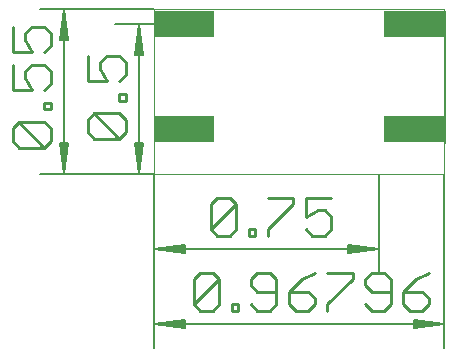
<source format=gbp>
G75*
G70*
%OFA0B0*%
%FSLAX24Y24*%
%IPPOS*%
%LPD*%
%AMOC8*
5,1,8,0,0,1.08239X$1,22.5*
%
%ADD10C,0.0000*%
%ADD11C,0.0051*%
%ADD12C,0.0110*%
%ADD13R,0.2000X0.0900*%
D10*
X005331Y005913D02*
X005331Y011408D01*
X015011Y011408D01*
X015011Y005913D01*
X005331Y005913D01*
X005331Y006963D02*
X005331Y011363D01*
X015018Y011363D02*
X015018Y006963D01*
D11*
X005331Y005913D02*
X005331Y000126D01*
X005331Y000913D02*
X006355Y000787D01*
X006355Y001039D01*
X005331Y000913D01*
X006355Y000811D01*
X006355Y000862D02*
X005331Y000913D01*
X006355Y001015D01*
X006355Y000964D02*
X005331Y000913D01*
X015011Y000913D01*
X013987Y000811D01*
X013987Y000787D02*
X015011Y000913D01*
X013987Y001015D01*
X013987Y001039D02*
X013987Y000787D01*
X013987Y000862D02*
X015011Y000913D01*
X013987Y000964D01*
X013987Y001039D02*
X015011Y000913D01*
X015011Y000126D02*
X015011Y005913D01*
X012831Y005913D02*
X012831Y002626D01*
X012831Y003413D02*
X011807Y003311D01*
X011807Y003287D02*
X012831Y003413D01*
X011807Y003515D01*
X011807Y003539D02*
X011807Y003287D01*
X011807Y003362D02*
X012831Y003413D01*
X011807Y003464D01*
X011807Y003539D02*
X012831Y003413D01*
X005331Y003413D01*
X006355Y003311D01*
X006355Y003287D02*
X005331Y003413D01*
X006355Y003515D01*
X006355Y003539D02*
X006355Y003287D01*
X006355Y003362D02*
X005331Y003413D01*
X006355Y003464D01*
X006355Y003539D02*
X005331Y003413D01*
X005331Y002626D02*
X005331Y005913D01*
X001544Y005913D01*
X002331Y005913D02*
X002433Y006937D01*
X002457Y006937D02*
X002205Y006937D01*
X002331Y005913D01*
X002229Y006937D01*
X002280Y006937D02*
X002331Y005913D01*
X002382Y006937D01*
X002457Y006937D02*
X002331Y005913D01*
X002331Y011413D01*
X002433Y010389D01*
X002457Y010389D02*
X002205Y010389D01*
X002331Y011413D01*
X002229Y010389D01*
X002280Y010389D02*
X002331Y011413D01*
X002382Y010389D01*
X002457Y010389D02*
X002331Y011413D01*
X001544Y011413D02*
X005331Y011413D01*
X005331Y010913D02*
X004044Y010913D01*
X004831Y010913D02*
X004933Y009889D01*
X004957Y009889D02*
X004831Y010913D01*
X004729Y009889D01*
X004705Y009889D02*
X004957Y009889D01*
X004882Y009889D02*
X004831Y010913D01*
X004780Y009889D01*
X004705Y009889D02*
X004831Y010913D01*
X004831Y005913D01*
X004933Y006937D01*
X004957Y006937D02*
X004831Y005913D01*
X004729Y006937D01*
X004705Y006937D02*
X004957Y006937D01*
X004882Y006937D02*
X004831Y005913D01*
X004780Y006937D01*
X004705Y006937D02*
X004831Y005913D01*
X005331Y005913D02*
X004044Y005913D01*
D12*
X004171Y007097D02*
X003325Y007097D01*
X003113Y007309D01*
X003113Y007732D01*
X003325Y007944D01*
X004171Y007097D01*
X004382Y007309D01*
X004382Y007732D01*
X004171Y007944D01*
X003325Y007944D01*
X004171Y008366D02*
X004171Y008578D01*
X004382Y008578D01*
X004382Y008366D01*
X004171Y008366D01*
X004171Y009001D02*
X004382Y009212D01*
X004382Y009635D01*
X004171Y009847D01*
X003748Y009847D01*
X003536Y009635D01*
X003536Y009424D01*
X003748Y009001D01*
X003113Y009001D01*
X003113Y009847D01*
X001882Y010183D02*
X001671Y009971D01*
X001882Y010183D02*
X001882Y010606D01*
X001671Y010817D01*
X001248Y010817D01*
X001036Y010606D01*
X001036Y010394D01*
X001248Y009971D01*
X000613Y009971D01*
X000613Y010817D01*
X000613Y009549D02*
X000613Y008702D01*
X001248Y008702D01*
X001036Y009125D01*
X001036Y009337D01*
X001248Y009549D01*
X001671Y009549D01*
X001882Y009337D01*
X001882Y008914D01*
X001671Y008702D01*
X001671Y008280D02*
X001882Y008280D01*
X001882Y008068D01*
X001671Y008068D01*
X001671Y008280D01*
X001671Y007645D02*
X000825Y007645D01*
X001671Y006799D01*
X001882Y007011D01*
X001882Y007434D01*
X001671Y007645D01*
X000825Y007645D02*
X000613Y007434D01*
X000613Y007011D01*
X000825Y006799D01*
X001671Y006799D01*
X007217Y004919D02*
X007217Y004073D01*
X008063Y004919D01*
X008063Y004073D01*
X007852Y003862D01*
X007429Y003862D01*
X007217Y004073D01*
X008486Y004073D02*
X008486Y003862D01*
X008698Y003862D01*
X008698Y004073D01*
X008486Y004073D01*
X009120Y004073D02*
X009120Y003862D01*
X009120Y004073D02*
X009966Y004919D01*
X009966Y005131D01*
X009120Y005131D01*
X008063Y004919D02*
X007852Y005131D01*
X007429Y005131D01*
X007217Y004919D01*
X010389Y005131D02*
X010389Y004496D01*
X010812Y004708D01*
X011024Y004708D01*
X011235Y004496D01*
X011235Y004073D01*
X011024Y003862D01*
X010601Y003862D01*
X010389Y004073D01*
X010389Y005131D02*
X011235Y005131D01*
X011103Y002631D02*
X011949Y002631D01*
X011949Y002419D01*
X011103Y001573D01*
X011103Y001362D01*
X010680Y001573D02*
X010680Y001785D01*
X010469Y001996D01*
X009834Y001996D01*
X009834Y001573D01*
X010046Y001362D01*
X010469Y001362D01*
X010680Y001573D01*
X010257Y002419D02*
X009834Y001996D01*
X009412Y001996D02*
X008777Y001996D01*
X008566Y002208D01*
X008566Y002419D01*
X008777Y002631D01*
X009200Y002631D01*
X009412Y002419D01*
X009412Y001573D01*
X009200Y001362D01*
X008777Y001362D01*
X008566Y001573D01*
X008143Y001573D02*
X008143Y001362D01*
X007931Y001362D01*
X007931Y001573D01*
X008143Y001573D01*
X007508Y001573D02*
X007297Y001362D01*
X006874Y001362D01*
X006662Y001573D01*
X007508Y002419D01*
X007508Y001573D01*
X006662Y001573D02*
X006662Y002419D01*
X006874Y002631D01*
X007297Y002631D01*
X007508Y002419D01*
X010257Y002419D02*
X010680Y002631D01*
X012372Y002419D02*
X012372Y002208D01*
X012584Y001996D01*
X013218Y001996D01*
X013641Y001996D02*
X014275Y001996D01*
X014487Y001785D01*
X014487Y001573D01*
X014275Y001362D01*
X013852Y001362D01*
X013641Y001573D01*
X013641Y001996D01*
X014064Y002419D01*
X014487Y002631D01*
X013218Y002419D02*
X013007Y002631D01*
X012584Y002631D01*
X012372Y002419D01*
X013218Y002419D02*
X013218Y001573D01*
X013007Y001362D01*
X012584Y001362D01*
X012372Y001573D01*
D13*
X014008Y007423D03*
X014008Y010903D03*
X006341Y010903D03*
X006341Y007423D03*
M02*

</source>
